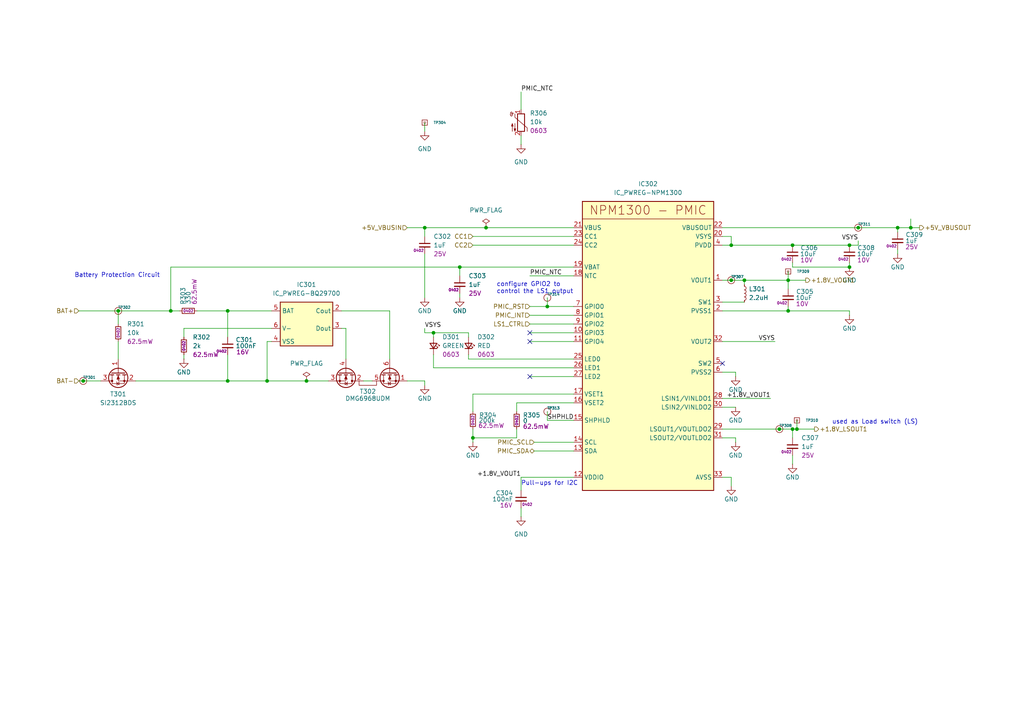
<source format=kicad_sch>
(kicad_sch (version 20231120) (generator "eeschema") (generator_version "8.0")
  (paper "A4")
  (lib_symbols
    (symbol "CAP:C-100nF-0402-16V-X7R-10%" (pin_numbers hide)
      (property "Reference" "C" (at 2.286 1.778 0))
      (property "Value" "100nF" (at 5.334 0 0))
      (property "Size" "0402" (at -1.778 -1.524 0))
      (property "Voltage" "16V" (at 4.318 -1.778 0))
      (symbol "C-100nF-0402-16V-X7R-10%_0_1"
        (polyline (pts (xy -1.524 -0.508) (xy 1.524 -0.508)) (stroke (width 0.3302)))
        (polyline (pts (xy -1.524 0.508) (xy 1.524 0.508)) (stroke (width 0.3048)))
      )
      (symbol "C-100nF-0402-16V-X7R-10%_1_1"
        (pin passive line (at 0 2.54 270) (length 2.032) (name "~") (number "1"))
        (pin passive line (at 0 -2.54 90) (length 2.032) (name "~") (number "2"))
      )
    )
    (symbol "CAP:C-10uF-0603-10V-X5R-20%" (pin_numbers hide)
      (property "Reference" "C" (at 2.286 1.778 0))
      (property "Value" "10uF" (at 4.572 0 0))
      (property "Size" "0402" (at -1.778 -1.524 0))
      (property "Voltage" "10V" (at 4.064 -1.778 0))
      (symbol "C-10uF-0603-10V-X5R-20%_0_1"
        (polyline (pts (xy -1.524 -0.508) (xy 1.524 -0.508)) (stroke (width 0.3302)))
        (polyline (pts (xy -1.524 0.508) (xy 1.524 0.508)) (stroke (width 0.3048)))
      )
      (symbol "C-10uF-0603-10V-X5R-20%_1_1"
        (pin passive line (at 0 2.54 270) (length 2.032) (name "~") (number "1"))
        (pin passive line (at 0 -2.54 90) (length 2.032) (name "~") (number "2"))
      )
    )
    (symbol "CAP:C-1uF-0402-25V-X5R-10%" (pin_numbers hide)
      (property "Reference" "C" (at 2.286 1.778 0))
      (property "Value" "1uF" (at 4.064 0 0))
      (property "Size" "0402" (at -1.778 -1.524 0))
      (property "Voltage" "25V" (at 4.064 -1.778 0))
      (symbol "C-1uF-0402-25V-X5R-10%_0_1"
        (polyline (pts (xy -1.524 -0.508) (xy 1.524 -0.508)) (stroke (width 0.3302)))
        (polyline (pts (xy -1.524 0.508) (xy 1.524 0.508)) (stroke (width 0.3048)))
      )
      (symbol "C-1uF-0402-25V-X5R-10%_1_1"
        (pin passive line (at 0 2.54 270) (length 2.032) (name "~") (number "1"))
        (pin passive line (at 0 -2.54 90) (length 2.032) (name "~") (number "2"))
      )
    )
    (symbol "D_LED:LED-GREEN-0603-AK" (pin_numbers hide) (pin_names hide)
      (property "Reference" "D" (at 2.54 1.27 0))
      (property "Value" "GREEN" (at 5.08 -1.27 0))
      (property "Size" "0603" (at -3.81 1.27 0))
      (symbol "LED-GREEN-0603-AK_0_1"
        (polyline (pts (xy -0.762 1.016) (xy -0.762 -1.016)) (stroke (width 0.254)))
        (polyline (pts (xy 1.016 0) (xy -0.762 0)))
        (polyline (pts (xy 0.762 1.016) (xy -0.762 0) (xy 0.762 -1.016) (xy 0.762 1.016)) (stroke (width 0.254)))
        (polyline (pts (xy 0 -0.762) (xy -0.508 -1.27) (xy -0.254 -1.27) (xy -0.508 -1.27) (xy -0.508 -1.016)))
        (polyline (pts (xy 0.508 -1.27) (xy 0 -1.778) (xy 0.254 -1.778) (xy 0 -1.778) (xy 0 -1.524)))
      )
      (symbol "LED-GREEN-0603-AK_1_1"
        (pin passive line (at -2.54 0 0) (length 1.778) (name "K") (number "1"))
        (pin passive line (at 2.54 0 180) (length 1.778) (name "A") (number "2"))
      )
    )
    (symbol "D_LED:LED-RED-0603-AK" (pin_numbers hide) (pin_names hide)
      (property "Reference" "D" (at 2.54 1.27 0))
      (property "Value" "RED" (at 3.81 -1.27 0))
      (property "Size" "0603" (at -3.81 1.27 0))
      (symbol "LED-RED-0603-AK_0_1"
        (polyline (pts (xy -0.762 1.016) (xy -0.762 -1.016)) (stroke (width 0.254)))
        (polyline (pts (xy 1.016 0) (xy -0.762 0)))
        (polyline (pts (xy 0.762 1.016) (xy -0.762 0) (xy 0.762 -1.016) (xy 0.762 1.016)) (stroke (width 0.254)))
        (polyline (pts (xy 0 -0.762) (xy -0.508 -1.27) (xy -0.254 -1.27) (xy -0.508 -1.27) (xy -0.508 -1.016)))
        (polyline (pts (xy 0.508 -1.27) (xy 0 -1.778) (xy 0.254 -1.778) (xy 0 -1.778) (xy 0 -1.524)))
      )
      (symbol "LED-RED-0603-AK_1_1"
        (pin passive line (at -2.54 0 0) (length 1.778) (name "K") (number "1"))
        (pin passive line (at 2.54 0 180) (length 1.778) (name "A") (number "2"))
      )
    )
    (symbol "IC-PWREG:IC_PWREG-BQ29700"
      (property "Reference" "IC" (at -6.35 1.27 0))
      (property "Value" "IC_PWREG-BQ29700" (at 0 -13.97 0))
      (symbol "IC_PWREG-BQ29700_0_1"
        (rectangle (start -7.62 0) (end 7.62 -12.7) (stroke (width 0.254)) (fill (type background)))
      )
      (symbol "IC_PWREG-BQ29700_1_1"
        (pin no_connect line (at 7.62 -11.43 180) (length 2.54) hide (name "NC") (number "1"))
        (pin output line (at 10.16 -2.54 180) (length 2.54) (name "Cout") (number "2"))
        (pin output line (at 10.16 -7.62 180) (length 2.54) (name "Dout") (number "3"))
        (pin power_in line (at -10.16 -11.43 0) (length 2.54) (name "VSS") (number "4"))
        (pin input line (at -10.16 -2.54 0) (length 2.54) (name "BAT") (number "5"))
        (pin input line (at -10.16 -7.62 0) (length 2.54) (name "V-") (number "6"))
      )
    )
    (symbol "IC-PWREG:IC_PWREG-NPM1300"
      (property "Reference" "IC" (at 18.034 45.974 0))
      (property "Value" "IC_PWREG-NPM1300" (at -9.144 45.974 0))
      (symbol "IC_PWREG-NPM1300_0_0"
        (pin power_out line (at 21.59 21.59 180) (length 2.54) (name "VOUT1") (number "1"))
        (pin bidirectional line (at -21.59 6.35 0) (length 2.54) (name "GPIO3") (number "10"))
        (pin bidirectional line (at -21.59 3.81 0) (length 2.54) (name "GPIO4") (number "11"))
        (pin bidirectional line (at -21.59 -27.94 0) (length 2.54) (name "SDA") (number "13"))
        (pin input line (at -21.59 -25.4 0) (length 2.54) (name "SCL") (number "14"))
        (pin input line (at -21.59 -19.05 0) (length 2.54) (name "SHPHLD") (number "15"))
        (pin input line (at -21.59 22.86 0) (length 2.54) (name "NTC") (number "18"))
        (pin power_in line (at -21.59 25.4 0) (length 2.54) (name "VBAT") (number "19"))
        (pin power_in line (at 21.59 12.7 180) (length 2.54) (name "PVSS1") (number "2"))
        (pin power_in line (at 21.59 34.29 180) (length 2.54) (name "VSYS") (number "20"))
        (pin power_in line (at -21.59 36.83 0) (length 2.54) (name "VBUS") (number "21"))
        (pin power_out line (at 21.59 36.83 180) (length 2.54) (name "VBUSOUT") (number "22"))
        (pin input line (at -21.59 34.29 0) (length 2.54) (name "CC1") (number "23"))
        (pin input line (at -21.59 31.75 0) (length 2.54) (name "CC2") (number "24"))
        (pin output line (at -21.59 -1.27 0) (length 2.54) (name "LED0") (number "25"))
        (pin output line (at -21.59 -3.81 0) (length 2.54) (name "LED1") (number "26"))
        (pin output line (at -21.59 -6.35 0) (length 2.54) (name "LED2") (number "27"))
        (pin power_in line (at 21.59 -12.7 180) (length 2.54) (name "LSIN1/VINLDO1") (number "28"))
        (pin power_out line (at 21.59 -21.59 180) (length 2.54) (name "LSOUT1/VOUTLDO2") (number "29"))
        (pin power_out line (at 21.59 15.24 180) (length 2.54) (name "SW1") (number "3"))
        (pin power_in line (at 21.59 -15.24 180) (length 2.54) (name "LSIN2/VINLDO2") (number "30"))
        (pin power_out line (at 21.59 -24.13 180) (length 2.54) (name "LSOUT2/VOUTLDO2") (number "31"))
        (pin power_out line (at 21.59 3.81 180) (length 2.54) (name "VOUT2") (number "32"))
        (pin power_in line (at 21.59 31.75 180) (length 2.54) (name "PVDD") (number "4"))
        (pin power_out line (at 21.59 -2.54 180) (length 2.54) (name "SW2") (number "5"))
        (pin power_in line (at 21.59 -5.08 180) (length 2.54) (name "PVSS2") (number "6"))
        (pin bidirectional line (at -21.59 13.97 0) (length 2.54) (name "GPIO0") (number "7"))
        (pin bidirectional line (at -21.59 11.43 0) (length 2.54) (name "GPIO1") (number "8"))
        (pin bidirectional line (at -21.59 8.89 0) (length 2.54) (name "GPIO2") (number "9"))
      )
      (symbol "IC_PWREG-NPM1300_1_0"
        (pin power_in line (at -21.59 -35.56 0) (length 2.54) (name "VDDIO") (number "12"))
        (pin input line (at -21.59 -13.97 0) (length 2.54) (name "VSET2") (number "16"))
        (pin input line (at -21.59 -11.43 0) (length 2.54) (name "VSET1") (number "17"))
        (pin power_in line (at 21.59 -35.56 180) (length 2.54) (name "AVSS") (number "33"))
      )
      (symbol "IC_PWREG-NPM1300_1_1"
        (rectangle (start -19.05 44.45) (end 19.05 -39.37) (stroke (width 0.254)) (fill (type background)))
        (polyline (pts (xy -19.05 39.37) (xy 19.05 39.37)))
        (text "NPM1300 - PMIC" (at 0 41.91 0) (effects (font (size 2.54 2.54))))
      )
    )
    (symbol "IND:L-2.2uH-0806-1.8A-20%" (pin_numbers hide) (pin_names hide)
      (property "Reference" "L" (at 1.27 1.27 0))
      (property "Value" "2.2uH" (at 3.81 -1.27 0))
      (symbol "L-2.2uH-0806-1.8A-20%_0_1"
        (arc (start 0 -1.016) (mid -0.5058 -1.524) (end 0 -2.032))
        (arc (start 0 0) (mid -0.5058 -0.508) (end 0 -1.016))
        (arc (start 0 1.016) (mid -0.5058 0.508) (end 0 0))
        (arc (start 0 2.032) (mid -0.5058 1.524) (end 0 1.016))
      )
      (symbol "L-2.2uH-0806-1.8A-20%_1_1"
        (pin passive line (at 0 -2.54 90) (length 0.508) (name "~") (number "1"))
        (pin passive line (at 0 2.54 270) (length 0.508) (name "~") (number "2"))
      )
    )
    (symbol "PCB:TP-PAD-0.9mm" (pin_numbers hide) (pin_names hide)
      (property "Reference" "TP" (at 1.778 1.016 0))
      (symbol "TP-PAD-0.9mm_0_1"
        (circle (center 0 0) (radius 1.016))
      )
      (symbol "TP-PAD-0.9mm_1_1"
        (pin passive line (at 0 0 90) (length 0) (name "1") (number "1"))
      )
    )
    (symbol "PCB:TP-THT-0.8mm" (pin_numbers hide) (pin_names hide)
      (property "Reference" "TP" (at 1.524 0.762 0))
      (symbol "TP-THT-0.8mm_0_1"
        (rectangle (start -0.762 0.762) (end 0.762 -0.762))
      )
      (symbol "TP-THT-0.8mm_1_1"
        (rectangle (start -0.254 0.254) (end 0.254 -0.254) (stroke (width 0.1)))
        (pin passive line (at 0 0 90) (length 0) (name "1") (number "1"))
      )
    )
    (symbol "RES:R-0-0402-62.5mW-1%" (pin_numbers hide)
      (property "Reference" "R" (at 1.778 1.524 0))
      (property "Value" "0" (at 1.778 -0.127 0))
      (property "Size" "0402" (at 0 -1.524 90))
      (property "Power Rating" "62.5mW" (at 1.778 -1.778 0))
      (symbol "R-0-0402-62.5mW-1%_0_1"
        (rectangle (start -0.762 1.778) (end 0.762 -1.778) (stroke (width 0.2032)))
      )
      (symbol "R-0-0402-62.5mW-1%_1_1"
        (pin passive line (at 0 2.54 270) (length 0.762) (name "~") (number "1"))
        (pin passive line (at 0 -2.54 90) (length 0.762) (name "~") (number "2"))
      )
    )
    (symbol "RES:R-10k-0402-62.5mW-1%" (pin_numbers hide)
      (property "Reference" "R" (at 1.778 1.524 0))
      (property "Value" "10k" (at 3.556 0 0))
      (property "Size" "0402" (at 0 0 90))
      (property "Power Rating" "62.5mW" (at 5.588 -1.778 0))
      (symbol "R-10k-0402-62.5mW-1%_0_1"
        (rectangle (start -0.762 1.778) (end 0.762 -1.778) (stroke (width 0.2032)))
      )
      (symbol "R-10k-0402-62.5mW-1%_1_1"
        (pin passive line (at 0 2.54 270) (length 0.762) (name "~") (number "1"))
        (pin passive line (at 0 -2.54 90) (length 0.762) (name "~") (number "2"))
      )
    )
    (symbol "RES:R-200k-0402-62.5mW-1%" (pin_numbers hide)
      (property "Reference" "R" (at 1.778 1.524 0))
      (property "Value" "200k" (at 4.064 0 0))
      (property "Size" "0402" (at 0 0 90))
      (property "Power Rating" "62.5mW" (at 5.334 -1.524 0))
      (symbol "R-200k-0402-62.5mW-1%_0_1"
        (rectangle (start -0.762 1.778) (end 0.762 -1.778) (stroke (width 0.2032)))
      )
      (symbol "R-200k-0402-62.5mW-1%_1_1"
        (pin passive line (at 0 2.54 270) (length 0.762) (name "~") (number "1"))
        (pin passive line (at 0 -2.54 90) (length 0.762) (name "~") (number "2"))
      )
    )
    (symbol "RES:R-2k-0402-62.5mW-1%" (pin_numbers hide)
      (property "Reference" "R" (at 1.778 1.524 0))
      (property "Value" "2k" (at 3.048 0 0))
      (property "Size" "0402" (at 0 0 90))
      (property "Power Rating" "62.5mW" (at 5.588 -1.778 0))
      (symbol "R-2k-0402-62.5mW-1%_0_1"
        (rectangle (start -0.762 1.778) (end 0.762 -1.778) (stroke (width 0.2032)))
      )
      (symbol "R-2k-0402-62.5mW-1%_1_1"
        (pin passive line (at 0 2.54 270) (length 0.762) (name "~") (number "1"))
        (pin passive line (at 0 -2.54 90) (length 0.762) (name "~") (number "2"))
      )
    )
    (symbol "RES:R-330-0402-62.5mW-1%" (pin_numbers hide)
      (property "Reference" "R" (at 1.778 1.524 0))
      (property "Value" "330" (at 3.81 0 0))
      (property "Size" "0402" (at 0 0 90))
      (property "Power Rating" "62.5mW" (at 5.588 -1.778 0))
      (symbol "R-330-0402-62.5mW-1%_0_1"
        (rectangle (start -0.762 1.778) (end 0.762 -1.778) (stroke (width 0.2032)))
      )
      (symbol "R-330-0402-62.5mW-1%_1_1"
        (pin passive line (at 0 2.54 270) (length 0.762) (name "~") (number "1"))
        (pin passive line (at 0 -2.54 90) (length 0.762) (name "~") (number "2"))
      )
    )
    (symbol "R_NTC:R-NTC-0603-10k-1%-0402"
      (property "Reference" "R" (at 3.302 2.032 0))
      (property "Value" "10k" (at -5.334 1.778 0))
      (property "Size" "0603" (at 5.08 -1.524 0))
      (symbol "R-NTC-0603-10k-1%-0402_0_1"
        (arc (start -3.048 2.159) (mid -3.0495 2.3143) (end -3.175 2.413))
        (arc (start -3.048 2.159) (mid -2.9736 1.9794) (end -2.794 1.905))
        (arc (start -3.048 2.794) (mid -2.9736 2.6144) (end -2.794 2.54))
        (arc (start -2.794 1.905) (mid -2.6144 1.9794) (end -2.54 2.159))
        (arc (start -2.794 2.54) (mid -2.4393 2.5587) (end -2.159 2.794))
        (arc (start -2.794 3.048) (mid -2.9736 2.9736) (end -3.048 2.794))
        (arc (start -2.54 2.794) (mid -2.6144 2.9736) (end -2.794 3.048))
        (rectangle (start -1.016 2.54) (end 1.016 -2.54) (stroke (width 0.254)))
        (polyline (pts (xy -2.54 2.159) (xy -2.54 2.794)))
        (polyline (pts (xy -1.778 2.54) (xy -1.778 1.524) (xy 1.778 -1.524) (xy 1.778 -2.54)))
        (polyline (pts (xy -2.54 -2.54) (xy -2.54 -0.254) (xy -2.794 -1.016) (xy -2.286 -1.016) (xy -2.54 -0.254) (xy -2.54 -0.508)) (fill (type outline)))
        (polyline (pts (xy -1.778 -0.254) (xy -1.778 -2.54) (xy -2.032 -1.778) (xy -1.524 -1.778) (xy -1.778 -2.54) (xy -1.778 -2.286)) (fill (type outline)))
      )
      (symbol "R-NTC-0603-10k-1%-0402_1_1"
        (pin passive line (at 0 3.81 270) (length 1.27) (name "~") (number "1"))
        (pin passive line (at 0 -3.81 90) (length 1.27) (name "~") (number "2"))
      )
    )
    (symbol "T-MOS:T-MOSN-SI2312BDS" (pin_names hide)
      (property "Reference" "T" (at 3.81 1.016 0))
      (property "Value" "SI2312BDS" (at 8.382 -1.27 0))
      (symbol "T-MOSN-SI2312BDS_0_1"
        (circle (center -0.889 0) (radius 2.794) (stroke (width 0.254)))
        (circle (center 0 -1.778) (radius 0.254) (fill (type outline)))
        (polyline (pts (xy -2.286 0) (xy -3.81 0)))
        (polyline (pts (xy -2.286 1.905) (xy -2.286 -1.905)) (stroke (width 0.254)))
        (polyline (pts (xy -1.778 -1.27) (xy -1.778 -2.286)) (stroke (width 0.254)))
        (polyline (pts (xy -1.778 0.508) (xy -1.778 -0.508)) (stroke (width 0.254)))
        (polyline (pts (xy -1.778 2.286) (xy -1.778 1.27)) (stroke (width 0.254)))
        (polyline (pts (xy 0 2.54) (xy 0 1.778)))
        (polyline (pts (xy 0 -2.54) (xy 0 0) (xy -1.778 0)))
        (polyline (pts (xy -1.778 -1.778) (xy 0.762 -1.778) (xy 0.762 1.778) (xy -1.778 1.778)))
        (polyline (pts (xy -1.524 0) (xy -0.508 0.381) (xy -0.508 -0.381) (xy -1.524 0)) (fill (type outline)))
        (polyline (pts (xy 0.254 0.508) (xy 0.381 0.381) (xy 1.143 0.381) (xy 1.27 0.254)))
        (polyline (pts (xy 0.762 0.381) (xy 0.381 -0.254) (xy 1.143 -0.254) (xy 0.762 0.381)))
        (circle (center 0 1.778) (radius 0.254) (fill (type outline)))
      )
      (symbol "T-MOSN-SI2312BDS_1_1"
        (pin input line (at -6.35 0 0) (length 2.54) (name "G") (number "1"))
        (pin passive line (at 0 -5.08 90) (length 2.54) (name "S") (number "2"))
        (pin passive line (at 0 5.08 270) (length 2.54) (name "D") (number "3"))
      )
    )
    (symbol "T-MOS:T-MOSNN-DMG6968UDM" (pin_names hide)
      (property "Reference" "T" (at 0 -3.048 0))
      (property "Value" "DMG6968UDM" (at 0 -5.08 0))
      (symbol "T-MOSNN-DMG6968UDM_0_1"
        (circle (center -8.128 0) (radius 0.254) (fill (type outline)))
        (circle (center -6.35 0.889) (radius 2.794) (stroke (width 0.254)))
        (circle (center -4.572 0) (radius 0.254) (fill (type outline)))
        (polyline (pts (xy -7.62 1.778) (xy -8.636 1.778)) (stroke (width 0.254)))
        (polyline (pts (xy -6.35 2.286) (xy -6.35 3.81)))
        (polyline (pts (xy -5.842 1.778) (xy -6.858 1.778)) (stroke (width 0.254)))
        (polyline (pts (xy -4.445 2.286) (xy -8.255 2.286)) (stroke (width 0.254)))
        (polyline (pts (xy -4.064 1.778) (xy -5.08 1.778)) (stroke (width 0.254)))
        (polyline (pts (xy -3.81 0) (xy -4.572 0)))
        (polyline (pts (xy 3.81 0) (xy 4.572 0)))
        (polyline (pts (xy 4.064 1.778) (xy 5.08 1.778)) (stroke (width 0.254)))
        (polyline (pts (xy 4.445 2.286) (xy 8.255 2.286)) (stroke (width 0.254)))
        (polyline (pts (xy 5.842 1.778) (xy 6.858 1.778)) (stroke (width 0.254)))
        (polyline (pts (xy 6.35 2.286) (xy 6.35 3.81)))
        (polyline (pts (xy 7.62 1.778) (xy 8.636 1.778)) (stroke (width 0.254)))
        (polyline (pts (xy -8.89 0) (xy -6.35 0) (xy -6.35 1.778)))
        (polyline (pts (xy 8.89 0) (xy 6.35 0) (xy 6.35 1.778)))
        (polyline (pts (xy -8.128 1.778) (xy -8.128 -0.762) (xy -4.572 -0.762) (xy -4.572 1.778)))
        (polyline (pts (xy -6.35 1.524) (xy -5.969 0.508) (xy -6.731 0.508) (xy -6.35 1.524)) (fill (type outline)))
        (polyline (pts (xy -5.969 -0.762) (xy -6.604 -0.381) (xy -6.604 -1.143) (xy -5.969 -0.762)))
        (polyline (pts (xy -5.842 -0.254) (xy -5.969 -0.381) (xy -5.969 -1.143) (xy -6.096 -1.27)))
        (polyline (pts (xy 2.54 0) (xy 2.54 -1.27) (xy -2.54 -1.27) (xy -2.54 0)))
        (polyline (pts (xy 5.842 -0.254) (xy 5.969 -0.381) (xy 5.969 -1.143) (xy 6.096 -1.27)))
        (polyline (pts (xy 5.969 -0.762) (xy 6.604 -0.381) (xy 6.604 -1.143) (xy 5.969 -0.762)))
        (polyline (pts (xy 6.35 1.524) (xy 5.969 0.508) (xy 6.731 0.508) (xy 6.35 1.524)) (fill (type outline)))
        (polyline (pts (xy 8.128 1.778) (xy 8.128 -0.762) (xy 4.572 -0.762) (xy 4.572 1.778)))
        (circle (center 4.572 0) (radius 0.254) (fill (type outline)))
        (circle (center 6.35 0.889) (radius 2.794) (stroke (width 0.254)))
        (circle (center 8.128 0) (radius 0.254) (fill (type outline)))
      )
      (symbol "T-MOSNN-DMG6968UDM_1_0"
        (pin passive line (at 1.27 0 0) (length 2.54) (name "D1/D2") (number "2"))
        (pin input line (at 6.35 6.35 270) (length 2.54) (name "G2") (number "4"))
      )
      (symbol "T-MOSNN-DMG6968UDM_1_1"
        (pin passive line (at -11.43 0 0) (length 2.54) (name "S1") (number "1"))
        (pin passive line (at 11.43 0 180) (length 2.54) (name "S2") (number "3"))
        (pin passive line (at -1.27 0 180) (length 2.54) (name "D1/D2") (number "5"))
        (pin input line (at -6.35 6.35 270) (length 2.54) (name "G1") (number "6"))
      )
    )
    (symbol "power:GND" (power) (pin_numbers hide) (pin_names (offset 0) hide)
      (property "Value" "GND" (at 0 -3.81 0))
      (symbol "GND_0_1"
        (polyline (pts (xy 0 0) (xy 0 -1.27) (xy 1.27 -1.27) (xy 0 -2.54) (xy -1.27 -1.27) (xy 0 -1.27)))
      )
      (symbol "GND_1_1"
        (pin power_in line (at 0 0 270) (length 0) (name "~") (number "1"))
      )
    )
    (symbol "power:PWR_FLAG" (power) (pin_numbers hide) (pin_names (offset 0) hide)
      (property "Value" "PWR_FLAG" (at 0 3.81 0))
      (symbol "PWR_FLAG_0_0"
        (pin power_out line (at 0 0 90) (length 0) (name "~") (number "1"))
      )
      (symbol "PWR_FLAG_0_1"
        (polyline (pts (xy 0 0) (xy 0 1.27) (xy -1.016 1.905) (xy 0 2.54) (xy 1.016 1.905) (xy 0 1.27)))
      )
    )
  )
  (junction (at 137.16 127))
  (junction (at 260.35 66.04))
  (junction (at 66.04 110.49))
  (junction (at 229.87 71.12))
  (junction (at 248.92 66.04))
  (junction (at 246.38 71.12))
  (junction (at 24.13 110.49))
  (junction (at 246.38 77.47))
  (junction (at 123.19 66.04))
  (junction (at 158.75 88.9))
  (junction (at 215.9 81.28))
  (junction (at 226.06 124.46))
  (junction (at 212.09 71.12))
  (junction (at 231.14 124.46))
  (junction (at 88.9 110.49))
  (junction (at 228.6 81.28))
  (junction (at 133.35 77.47))
  (junction (at 229.87 124.46))
  (junction (at 49.53 90.17))
  (junction (at 77.47 110.49))
  (junction (at 264.16 66.04))
  (junction (at 66.04 90.17))
  (junction (at 34.29 90.17))
  (junction (at 125.73 96.52))
  (junction (at 228.6 90.17))
  (junction (at 212.09 81.28))
  (junction (at 140.97 66.04))
  (no_connect (at 153.67 96.52))
  (no_connect (at 153.67 99.06))
  (no_connect (at 153.67 109.22))
  (no_connect (at 209.55 105.41))
  (wire (pts (xy 137.16 68.58) (xy 166.37 68.58)))
  (wire (pts (xy 53.34 102.87) (xy 53.34 104.14)))
  (wire (pts (xy 158.75 119.38) (xy 158.75 121.92)))
  (wire (pts (xy 209.55 115.57) (xy 223.52 115.57)))
  (wire (pts (xy 125.73 96.52) (xy 125.73 97.79)))
  (wire (pts (xy 209.55 68.58) (xy 212.09 68.58)))
  (wire (pts (xy 49.53 77.47) (xy 133.35 77.47)))
  (wire (pts (xy 229.87 132.08) (xy 229.87 134.62)))
  (wire (pts (xy 228.6 83.82) (xy 228.6 81.28)))
  (wire (pts (xy 123.19 66.04) (xy 140.97 66.04)))
  (wire (pts (xy 34.29 90.17) (xy 34.29 93.98)))
  (wire (pts (xy 260.35 72.39) (xy 260.35 73.66)))
  (wire (pts (xy 209.55 71.12) (xy 212.09 71.12)))
  (wire (pts (xy 66.04 90.17) (xy 66.04 97.79)))
  (wire (pts (xy 151.13 147.32) (xy 151.13 149.86)))
  (wire (pts (xy 153.67 91.44) (xy 166.37 91.44)))
  (wire (pts (xy 153.67 96.52) (xy 166.37 96.52)))
  (wire (pts (xy 212.09 138.43) (xy 212.09 140.97)))
  (wire (pts (xy 53.34 95.25) (xy 78.74 95.25)))
  (wire (pts (xy 66.04 102.87) (xy 66.04 110.49)))
  (wire (pts (xy 66.04 110.49) (xy 77.47 110.49)))
  (wire (pts (xy 153.67 93.98) (xy 166.37 93.98)))
  (wire (pts (xy 166.37 114.3) (xy 137.16 114.3)))
  (wire (pts (xy 229.87 77.47) (xy 246.38 77.47)))
  (wire (pts (xy 125.73 96.52) (xy 123.19 96.52)))
  (wire (pts (xy 49.53 77.47) (xy 49.53 90.17)))
  (wire (pts (xy 118.11 66.04) (xy 123.19 66.04)))
  (wire (pts (xy 123.19 95.25) (xy 123.19 96.52)))
  (wire (pts (xy 39.37 110.49) (xy 66.04 110.49)))
  (wire (pts (xy 105.41 110.49) (xy 107.95 110.49)))
  (wire (pts (xy 137.16 124.46) (xy 137.16 127)))
  (wire (pts (xy 151.13 26.67) (xy 151.13 31.75)))
  (wire (pts (xy 149.86 116.84) (xy 166.37 116.84)))
  (wire (pts (xy 100.33 95.25) (xy 100.33 104.14)))
  (wire (pts (xy 154.94 128.27) (xy 166.37 128.27)))
  (wire (pts (xy 153.67 109.22) (xy 166.37 109.22)))
  (wire (pts (xy 149.86 119.38) (xy 149.86 116.84)))
  (wire (pts (xy 149.86 127) (xy 137.16 127)))
  (wire (pts (xy 135.89 104.14) (xy 166.37 104.14)))
  (wire (pts (xy 77.47 110.49) (xy 88.9 110.49)))
  (wire (pts (xy 260.35 66.04) (xy 260.35 67.31)))
  (wire (pts (xy 228.6 90.17) (xy 228.6 88.9)))
  (wire (pts (xy 209.55 107.95) (xy 213.36 107.95)))
  (wire (pts (xy 209.55 81.28) (xy 212.09 81.28)))
  (wire (pts (xy 113.03 90.17) (xy 113.03 104.14)))
  (wire (pts (xy 248.92 69.85) (xy 248.92 71.12)))
  (wire (pts (xy 118.11 110.49) (xy 123.19 110.49)))
  (wire (pts (xy 264.16 66.04) (xy 266.7 66.04)))
  (wire (pts (xy 229.87 124.46) (xy 231.14 124.46)))
  (wire (pts (xy 209.55 90.17) (xy 228.6 90.17)))
  (wire (pts (xy 209.55 99.06) (xy 224.79 99.06)))
  (wire (pts (xy 99.06 90.17) (xy 113.03 90.17)))
  (wire (pts (xy 151.13 142.24) (xy 151.13 138.43)))
  (wire (pts (xy 125.73 102.87) (xy 125.73 106.68)))
  (wire (pts (xy 246.38 71.12) (xy 248.92 71.12)))
  (wire (pts (xy 49.53 90.17) (xy 52.07 90.17)))
  (wire (pts (xy 209.55 66.04) (xy 248.92 66.04)))
  (wire (pts (xy 123.19 110.49) (xy 123.19 111.76)))
  (wire (pts (xy 228.6 78.74) (xy 228.6 81.28)))
  (wire (pts (xy 137.16 71.12) (xy 166.37 71.12)))
  (wire (pts (xy 231.14 121.92) (xy 231.14 124.46)))
  (wire (pts (xy 125.73 96.52) (xy 135.89 96.52)))
  (wire (pts (xy 137.16 127) (xy 137.16 128.27)))
  (wire (pts (xy 149.86 124.46) (xy 149.86 127)))
  (wire (pts (xy 137.16 114.3) (xy 137.16 119.38)))
  (wire (pts (xy 123.19 35.56) (xy 123.19 38.1)))
  (wire (pts (xy 246.38 90.17) (xy 246.38 91.44)))
  (wire (pts (xy 229.87 124.46) (xy 229.87 127)))
  (wire (pts (xy 100.33 95.25) (xy 99.06 95.25)))
  (wire (pts (xy 22.86 90.17) (xy 34.29 90.17)))
  (wire (pts (xy 151.13 138.43) (xy 166.37 138.43)))
  (wire (pts (xy 133.35 77.47) (xy 166.37 77.47)))
  (wire (pts (xy 158.75 86.36) (xy 158.75 88.9)))
  (wire (pts (xy 228.6 81.28) (xy 215.9 81.28)))
  (wire (pts (xy 229.87 76.2) (xy 229.87 77.47)))
  (wire (pts (xy 153.67 88.9) (xy 158.75 88.9)))
  (wire (pts (xy 209.55 87.63) (xy 215.9 87.63)))
  (wire (pts (xy 88.9 110.49) (xy 95.25 110.49)))
  (wire (pts (xy 158.75 121.92) (xy 166.37 121.92)))
  (wire (pts (xy 140.97 66.04) (xy 166.37 66.04)))
  (wire (pts (xy 215.9 81.28) (xy 215.9 82.55)))
  (wire (pts (xy 228.6 90.17) (xy 246.38 90.17)))
  (wire (pts (xy 154.94 130.81) (xy 166.37 130.81)))
  (wire (pts (xy 153.67 99.06) (xy 166.37 99.06)))
  (wire (pts (xy 212.09 71.12) (xy 229.87 71.12)))
  (wire (pts (xy 125.73 106.68) (xy 166.37 106.68)))
  (wire (pts (xy 226.06 124.46) (xy 229.87 124.46)))
  (wire (pts (xy 151.13 39.37) (xy 151.13 41.91)))
  (wire (pts (xy 133.35 85.09) (xy 133.35 86.36)))
  (wire (pts (xy 158.75 88.9) (xy 166.37 88.9)))
  (wire (pts (xy 209.55 118.11) (xy 213.36 118.11)))
  (wire (pts (xy 212.09 81.28) (xy 215.9 81.28)))
  (wire (pts (xy 246.38 76.2) (xy 246.38 77.47)))
  (wire (pts (xy 231.14 124.46) (xy 236.22 124.46)))
  (wire (pts (xy 229.87 71.12) (xy 246.38 71.12)))
  (wire (pts (xy 264.16 63.5) (xy 264.16 66.04)))
  (wire (pts (xy 133.35 77.47) (xy 133.35 80.01)))
  (wire (pts (xy 123.19 86.36) (xy 123.19 73.66)))
  (wire (pts (xy 213.36 107.95) (xy 213.36 109.22)))
  (wire (pts (xy 248.92 66.04) (xy 260.35 66.04)))
  (wire (pts (xy 228.6 81.28) (xy 233.68 81.28)))
  (wire (pts (xy 34.29 99.06) (xy 34.29 104.14)))
  (wire (pts (xy 213.36 127) (xy 209.55 127)))
  (wire (pts (xy 77.47 99.06) (xy 78.74 99.06)))
  (wire (pts (xy 135.89 102.87) (xy 135.89 104.14)))
  (wire (pts (xy 260.35 66.04) (xy 264.16 66.04)))
  (wire (pts (xy 213.36 127) (xy 213.36 128.27)))
  (wire (pts (xy 209.55 138.43) (xy 212.09 138.43)))
  (wire (pts (xy 57.15 90.17) (xy 66.04 90.17)))
  (wire (pts (xy 53.34 97.79) (xy 53.34 95.25)))
  (wire (pts (xy 212.09 71.12) (xy 212.09 68.58)))
  (wire (pts (xy 135.89 97.79) (xy 135.89 96.52)))
  (wire (pts (xy 209.55 124.46) (xy 226.06 124.46)))
  (wire (pts (xy 24.13 110.49) (xy 29.21 110.49)))
  (wire (pts (xy 22.86 110.49) (xy 24.13 110.49)))
  (wire (pts (xy 34.29 90.17) (xy 49.53 90.17)))
  (wire (pts (xy 77.47 99.06) (xy 77.47 110.49)))
  (wire (pts (xy 66.04 90.17) (xy 78.74 90.17)))
  (wire (pts (xy 153.67 80.01) (xy 166.37 80.01)))
  (wire (pts (xy 123.19 66.04) (xy 123.19 68.58)))
  (text "Pull-ups for I2C\n" (at 151.13 140.97 0) (effects (font (size 1.27 1.27)) (justify left bottom)))
  (text "Battery Protection Circuit" (at 21.59 80.645 0) (effects (font (size 1.27 1.27)) (justify left bottom)))
  (text "configure GPIO2 to \ncontrol the LS1 output" (at 144.018 85.344 0) (effects (font (size 1.27 1.27)) (justify left bottom)))
  (text "used as Load switch (LS)" (at 241.3 123.19 0) (effects (font (size 1.27 1.27)) (justify left bottom)))
  (label "+1.8V_VOUT1" (at 151.13 138.43 180))
  (label "VSYS" (at 123.19 95.25 0))
  (label "VSYS" (at 224.79 99.06 180))
  (label "PMIC_NTC" (at 153.67 80.01 0))
  (label "+1.8V_VOUT1" (at 223.52 115.57 180))
  (label "VSYS" (at 248.92 69.85 180))
  (label "PMIC_NTC" (at 151.13 26.67 0))
  (label "SHPHLD" (at 158.75 121.92 0))
  (hierarchical_label "PMIC_RST" (shape input) (at 153.67 88.9 180))
  (hierarchical_label "PMIC_SCL" (shape input) (at 154.94 128.27 180))
  (hierarchical_label "+1.8V_VOUT1" (shape output) (at 233.68 81.28 0))
  (hierarchical_label "PMIC_SDA" (shape bidirectional) (at 154.94 130.81 180))
  (hierarchical_label "BAT-" (shape input) (at 22.86 110.49 180))
  (hierarchical_label "PMIC_INT" (shape input) (at 153.67 91.44 180))
  (hierarchical_label "+1.8V_LSOUT1" (shape output) (at 236.22 124.46 0))
  (hierarchical_label "CC2" (shape input) (at 137.16 71.12 180))
  (hierarchical_label "LS1_CTRL" (shape input) (at 153.67 93.98 180))
  (hierarchical_label "CC1" (shape input) (at 137.16 68.58 180))
  (hierarchical_label "+5V_VBUSIN" (shape input) (at 118.11 66.04 180))
  (hierarchical_label "BAT+" (shape input) (at 22.86 90.17 180))
  (hierarchical_label "+5V_VBUSOUT" (shape output) (at 266.7 66.04 0))
  (symbol (lib_id "R_NTC:R-NTC-0603-10k-1%-0402") (at 151.13 35.56 0) (unit 1)
    (property "Reference" "R306" (at 153.67 32.8294 0) (effects (justify left)))
    (property "Value" "10k" (at 153.67 35.3694 0) (effects (justify left)))
    (property "Footprint" "Resistor_SMD:R_0603_1608Metric" (effects (hide yes)))
    (property "Datasheet" "${KICAD_DATASHEET}/ntcs0603e3t.pdf" (effects (hide yes)))
    (property "Description" "NTCS0603E3103FLT" (effects (hide yes)))
    (property "Size" "0603" (at 153.67 37.9094 0) (effects (justify left)))
    (property "LCSC Part #" "C142556" (effects (hide yes)))
  )
  (symbol (lib_id "power:PWR_FLAG") (at 88.9 110.49 0) (unit 1)
    (property "Reference" "#FLG0301" (effects (hide yes)))
    (property "Value" "PWR_FLAG" (at 88.9 105.41 0))
    (property "Description" "Special symbol for telling ERC where power comes from" (effects (hide yes)))
  )
  (symbol (lib_id "power:GND") (at 213.36 109.22 0) (unit 1)
    (property "Reference" "#PWR0312" (effects (hide yes)))
    (property "Value" "GND" (at 213.36 113.03 0))
    (property "Description" "Power symbol creates a global label with name \"GND\" , ground" (effects (hide yes)))
  )
  (symbol (lib_id "D_LED:LED-GREEN-0603-AK") (at 125.73 100.33 90) (unit 1)
    (property "Reference" "D301" (at 128.27 97.7264 90) (effects (justify right)))
    (property "Value" "GREEN" (at 128.27 100.2664 90) (effects (justify right)))
    (property "Footprint" "Diode_SMD:D_0603_1608Metric" (effects (hide yes)))
    (property "Datasheet" "${KICAD_DATASHEET}/LED_Everlight-Elec.pdf" (effects (hide yes)))
    (property "Size" "0603" (at 128.27 102.8064 90) (effects (justify right)))
    (property "LCSC Part #" "C72043" (effects (hide yes)))
  )
  (symbol (lib_id "power:GND") (at 151.13 41.91 0) (unit 1)
    (property "Reference" "#PWR0309" (effects (hide yes)))
    (property "Value" "GND" (at 151.13 46.99 0))
    (property "Description" "Power symbol creates a global label with name \"GND\" , ground" (effects (hide yes)))
  )
  (symbol (lib_id "power:GND") (at 260.35 73.66 0) (unit 1)
    (property "Reference" "#PWR0318" (effects (hide yes)))
    (property "Value" "GND" (at 260.35 77.47 0))
    (property "Description" "Power symbol creates a global label with name \"GND\" , ground" (effects (hide yes)))
  )
  (symbol (lib_id "CAP:C-10uF-0603-10V-X5R-20%") (at 228.6 86.36 0) (unit 1)
    (property "Reference" "C305" (at 230.886 84.582 0) (effects (justify left)))
    (property "Value" "10uF" (at 233.172 86.36 0))
    (property "Footprint" "Capacitor_SMD:C_0603_1608Metric" (effects (hide yes)))
    (property "Datasheet" "${KICAD_DATASHEET}/MLCC_Samsung-Electro-Mechanics.pdf" (effects (hide yes)))
    (property "LCSC Part #" "C96446" (effects (hide yes)))
    (property "Size" "0402" (at 226.822 87.884 0) (effects (font (size 0.762 0.762))))
    (property "Voltage" "10V" (at 232.664 88.138 0))
  )
  (symbol (lib_id "power:GND") (at 53.34 104.14 0) (unit 1)
    (property "Reference" "#PWR0301" (effects (hide yes)))
    (property "Value" "GND" (at 53.34 107.95 0))
    (property "Description" "Power symbol creates a global label with name \"GND\" , ground" (effects (hide yes)))
  )
  (symbol (lib_id "CAP:C-1uF-0402-25V-X5R-10%") (at 260.35 69.85 0) (unit 1)
    (property "Reference" "C309" (at 262.636 68.072 0) (effects (justify left)))
    (property "Value" "1uF" (at 264.414 69.85 0))
    (property "Footprint" "Capacitor_SMD:C_0402_1005Metric" (effects (hide yes)))
    (property "Datasheet" "${KICAD_DATASHEET}/MLCC_Samsung-Electro-Mechanics.pdf" (effects (hide yes)))
    (property "LCSC Part #" "C52923" (effects (hide yes)))
    (property "Size" "0402" (at 258.572 71.374 0) (effects (font (size 0.762 0.762))))
    (property "Voltage" "25V" (at 264.414 71.628 0))
  )
  (symbol (lib_id "PCB:TP-PAD-0.9mm") (at 158.75 119.38 0) (unit 1)
    (property "Reference" "TP313" (at 160.528 118.364 0) (effects (font (size 0.762 0.762))))
    (property "Value" "TP" (effects (hide yes)))
    (property "Footprint" "PCB:TP_Pad_D0.9mm" (effects (hide yes)))
  )
  (symbol (lib_id "power:GND") (at 246.38 91.44 0) (unit 1)
    (property "Reference" "#PWR0317" (effects (hide yes)))
    (property "Value" "GND" (at 246.38 95.25 0))
    (property "Description" "Power symbol creates a global label with name \"GND\" , ground" (effects (hide yes)))
  )
  (symbol (lib_id "power:GND") (at 212.09 140.97 0) (unit 1)
    (property "Reference" "#PWR0311" (effects (hide yes)))
    (property "Value" "GND" (at 212.09 144.78 0))
    (property "Description" "Power symbol creates a global label with name \"GND\" , ground" (effects (hide yes)))
  )
  (symbol (lib_id "power:GND") (at 123.19 86.36 0) (unit 1)
    (property "Reference" "#PWR0305" (effects (hide yes)))
    (property "Value" "GND" (at 123.19 90.17 0))
    (property "Description" "Power symbol creates a global label with name \"GND\" , ground" (effects (hide yes)))
  )
  (symbol (lib_id "PCB:TP-THT-0.8mm") (at 228.6 78.74 0) (unit 1)
    (property "Reference" "TP309" (at 231.14 78.74 0) (effects (font (size 0.762 0.762)) (justify left)))
    (property "Value" "Testpoint-BASE" (effects (hide yes)))
    (property "Footprint" "PCB:TP_THT_D0.8mm" (effects (hide yes)))
  )
  (symbol (lib_id "PCB:TP-PAD-0.9mm") (at 24.13 110.49 0) (unit 1)
    (property "Reference" "TP301" (at 25.908 109.474 0) (effects (font (size 0.762 0.762))))
    (property "Value" "TP" (effects (hide yes)))
    (property "Footprint" "PCB:TP_Pad_D0.9mm" (effects (hide yes)))
  )
  (symbol (lib_id "PCB:TP-THT-0.8mm") (at 231.14 121.92 0) (unit 1)
    (property "Reference" "TP310" (at 233.68 121.92 0) (effects (font (size 0.762 0.762)) (justify left)))
    (property "Value" "Testpoint-BASE" (effects (hide yes)))
    (property "Footprint" "PCB:TP_THT_D0.8mm" (effects (hide yes)))
  )
  (symbol (lib_id "PCB:TP-PAD-0.9mm") (at 226.06 124.46 0) (unit 1)
    (property "Reference" "TP308" (at 227.838 123.444 0) (effects (font (size 0.762 0.762))))
    (property "Value" "TP" (effects (hide yes)))
    (property "Footprint" "PCB:TP_Pad_D0.9mm" (effects (hide yes)))
  )
  (symbol (lib_id "PCB:TP-PAD-0.9mm") (at 212.09 81.28 0) (unit 1)
    (property "Reference" "TP307" (at 213.868 80.264 0) (effects (font (size 0.762 0.762))))
    (property "Value" "TP" (effects (hide yes)))
    (property "Footprint" "PCB:TP_Pad_D0.9mm" (effects (hide yes)))
  )
  (symbol (lib_id "power:GND") (at 123.19 38.1 0) (unit 1)
    (property "Reference" "#PWR0304" (effects (hide yes)))
    (property "Value" "GND" (at 123.19 43.18 0))
    (property "Description" "Power symbol creates a global label with name \"GND\" , ground" (effects (hide yes)))
  )
  (symbol (lib_id "power:GND") (at 213.36 128.27 0) (unit 1)
    (property "Reference" "#PWR0314" (effects (hide yes)))
    (property "Value" "GND" (at 213.36 132.08 0))
    (property "Description" "Power symbol creates a global label with name \"GND\" , ground" (effects (hide yes)))
  )
  (symbol (lib_id "CAP:C-1uF-0402-25V-X5R-10%") (at 123.19 71.12 0) (unit 1)
    (property "Reference" "C302" (at 125.73 68.5862 0) (effects (justify left)))
    (property "Value" "1uF" (at 125.73 71.1262 0) (effects (justify left)))
    (property "Footprint" "Capacitor_SMD:C_0402_1005Metric" (effects (hide yes)))
    (property "Datasheet" "${KICAD_DATASHEET}/MLCC_Samsung-Electro-Mechanics.pdf" (effects (hide yes)))
    (property "Size" "0402" (at 121.412 72.644 0) (effects (font (size 0.762 0.762))))
    (property "Voltage" "25V" (at 125.73 73.6662 0) (effects (justify left)))
    (property "LCSC Part #" "C52923" (effects (hide yes)))
  )
  (symbol (lib_id "D_LED:LED-RED-0603-AK") (at 135.89 100.33 90) (unit 1)
    (property "Reference" "D302" (at 138.43 97.7264 90) (effects (justify right)))
    (property "Value" "RED" (at 138.43 100.2664 90) (effects (justify right)))
    (property "Footprint" "Diode_SMD:D_0603_1608Metric" (effects (hide yes)))
    (property "Datasheet" "${KICAD_DATASHEET}/LED_Everlight-Elec.pdf" (effects (hide yes)))
    (property "Size" "0603" (at 138.43 102.8064 90) (effects (justify right)))
    (property "LCSC Part #" "C2286" (effects (hide yes)))
  )
  (symbol (lib_id "power:GND") (at 213.36 118.11 0) (unit 1)
    (property "Reference" "#PWR0313" (effects (hide yes)))
    (property "Value" "GND" (at 213.36 121.92 0))
    (property "Description" "Power symbol creates a global label with name \"GND\" , ground" (effects (hide yes)))
  )
  (symbol (lib_id "RES:R-2k-0402-62.5mW-1%") (at 53.34 100.33 0) (unit 1)
    (property "Reference" "R302" (at 55.88 97.7899 0) (effects (justify left)))
    (property "Value" "2k" (at 55.88 100.3299 0) (effects (justify left)))
    (property "Footprint" "Resistor_SMD:R_0402_1005Metric" (effects (hide yes)))
    (property "Datasheet" "${KICAD_DATASHEET}/Resistors_SMD_UNI-ROYAL-Uniroyal-Elec.pdf" (effects (hide yes)))
    (property "Size" "0402" (at 53.34 100.33 90) (effects (font (size 0.762 0.762))))
    (property "Power Rating" "62.5mW" (at 55.88 102.8699 0) (effects (justify left)))
    (property "LCSC Part #" "C4109" (effects (hide yes)))
  )
  (symbol (lib_id "power:PWR_FLAG") (at 140.97 66.04 0) (unit 1)
    (property "Reference" "#FLG0302" (effects (hide yes)))
    (property "Value" "PWR_FLAG" (at 140.97 60.96 0))
    (property "Description" "Special symbol for telling ERC where power comes from" (effects (hide yes)))
  )
  (symbol (lib_id "PCB:TP-THT-0.8mm") (at 123.19 35.56 180) (unit 1)
    (property "Reference" "TP304" (at 125.73 35.56 0) (effects (font (size 0.762 0.762)) (justify right)))
    (property "Value" "Testpoint-BASE" (effects (hide yes)))
    (property "Footprint" "PCB:TP_THT_D0.8mm" (effects (hide yes)))
  )
  (symbol (lib_id "PCB:TP-PAD-0.9mm") (at 158.75 86.36 0) (unit 1)
    (property "Reference" "TP314" (at 160.528 85.344 0) (effects (font (size 0.762 0.762))))
    (property "Value" "TP" (effects (hide yes)))
    (property "Footprint" "PCB:TP_Pad_D0.9mm" (effects (hide yes)))
  )
  (symbol (lib_id "PCB:TP-PAD-0.9mm") (at 34.29 90.17 0) (unit 1)
    (property "Reference" "TP302" (at 36.068 89.154 0) (effects (font (size 0.762 0.762))))
    (property "Value" "TP" (effects (hide yes)))
    (property "Footprint" "PCB:TP_Pad_D0.9mm" (effects (hide yes)))
  )
  (symbol (lib_id "RES:R-200k-0402-62.5mW-1%") (at 137.16 121.92 0) (unit 1)
    (property "Reference" "R304" (at 138.938 120.396 0) (effects (justify left)))
    (property "Value" "200k" (at 141.224 121.92 0))
    (property "Footprint" "Capacitor_SMD:C_0402_1005Metric" (effects (hide yes)))
    (property "Datasheet" "${KICAD_DATASHEET}/Resistors_SMD_UNI-ROYAL-Uniroyal-Elec.pdf" (effects (hide yes)))
    (property "Size" "0402" (at 137.16 121.92 90) (effects (font (size 0.762 0.762))))
    (property "Power Rating" "62.5mW" (at 142.494 123.444 0))
    (property "LCSC Part #" "C25764" (effects (hide yes)))
  )
  (symbol (lib_id "CAP:C-1uF-0402-25V-X5R-10%") (at 229.87 129.54 0) (unit 1)
    (property "Reference" "C307" (at 232.41 127.0062 0) (effects (justify left)))
    (property "Value" "1uF" (at 232.41 129.5462 0) (effects (justify left)))
    (property "Footprint" "Capacitor_SMD:C_0402_1005Metric" (effects (hide yes)))
    (property "Datasheet" "${KICAD_DATASHEET}/MLCC_Samsung-Electro-Mechanics.pdf" (effects (hide yes)))
    (property "Size" "0402" (at 228.092 131.064 0) (effects (font (size 0.762 0.762))))
    (property "Voltage" "25V" (at 232.41 132.0862 0) (effects (justify left)))
    (property "LCSC Part #" "C52923" (effects (hide yes)))
  )
  (symbol (lib_id "IND:L-2.2uH-0806-1.8A-20%") (at 215.9 85.09 180) (unit 1)
    (property "Reference" "L301" (at 217.17 83.8199 0) (effects (justify right)))
    (property "Value" "2.2uH" (at 217.17 86.3599 0) (effects (justify right)))
    (property "Footprint" "IND_SMD:L_0806" (effects (hide yes)))
    (property "Datasheet" "${KICAD_DATASHEET}/BDHE002016102R2MQ1.pdf" (effects (hide yes)))
    (property "Size" "0806" (effects (hide yes)))
    (property "Current" "1.8A (max 2.4A)" (effects (hide yes)))
    (property "RDC" "135@2MHz" (effects (hide yes)))
    (property "LCSC Part #" "    C2838367" (effects (hide yes)))
  )
  (symbol (lib_id "CAP:C-1uF-0402-25V-X5R-10%") (at 133.35 82.55 0) (unit 1)
    (property "Reference" "C303" (at 135.89 80.0162 0) (effects (justify left)))
    (property "Value" "1uF" (at 135.89 82.5562 0) (effects (justify left)))
    (property "Footprint" "Capacitor_SMD:C_0402_1005Metric" (effects (hide yes)))
    (property "Datasheet" "${KICAD_DATASHEET}/MLCC_Samsung-Electro-Mechanics.pdf" (effects (hide yes)))
    (property "Size" "0402" (at 131.572 84.074 0) (effects (font (size 0.762 0.762))))
    (property "Voltage" "25V" (at 135.89 85.0962 0) (effects (justify left)))
    (property "LCSC Part #" "C52923" (effects (hide yes)))
  )
  (symbol (lib_id "T-MOS:T-MOSNN-DMG6968UDM") (at 106.68 110.49 0) (mirror y) (unit 1)
    (property "Reference" "T302" (at 106.68 113.538 0))
    (property "Value" "DMG6968UDM" (at 106.68 115.57 0))
    (property "Footprint" "Package_TO_SOT_SMD:SOT-23-6" (effects (hide yes)))
    (property "Datasheet" "${KICAD_DATASHEET}/DMG6968UDM.pdf" (effects (hide yes)))
    (property "LCSC Part #" " C2762931" (effects (hide yes)))
  )
  (symbol (lib_id "IC-PWREG:IC_PWREG-NPM1300") (at 187.96 102.87 0) (unit 1)
    (property "Reference" "IC302" (at 187.96 53.34 0))
    (property "Value" "IC_PWREG-NPM1300" (at 187.96 55.88 0))
    (property "Footprint" "Package_DFN_QFN:QFN-32-1EP_5x5mm_P0.5mm_EP3.6x3.6mm_ThermalVias" (effects (hide yes)))
    (property "Datasheet" "${KICAD_DATASHEET}/nPM1300_OPS_v0.7.pdf" (effects (hide yes)))
  )
  (symbol (lib_id "RES:R-0-0402-62.5mW-1%") (at 149.86 121.92 0) (unit 1)
    (property "Reference" "R305" (at 151.638 120.396 0) (effects (justify left)))
    (property "Value" "0" (at 151.638 122.047 0) (effects (justify left)))
    (property "Footprint" "Resistor_SMD:R_0402_1005Metric" (effects (hide yes)))
    (property "Datasheet" "${KICAD_DATASHEET}/Resistors_SMD_UNI-ROYAL-Uniroyal-Elec.pdf" (effects (hide yes)))
    (property "Size" "0402" (at 149.86 123.444 90) (effects (font (size 0.762 0.762)) (justify left)))
    (property "Power Rating" "62.5mW" (at 151.638 123.698 0) (effects (justify left)))
    (property "LCSC Part #" "C17168" (effects (hide yes)))
  )
  (symbol (lib_id "power:GND") (at 137.16 128.27 0) (unit 1)
    (property "Reference" "#PWR0308" (effects (hide yes)))
    (property "Value" "GND" (at 137.16 132.08 0))
    (property "Description" "Power symbol creates a global label with name \"GND\" , ground" (effects (hide yes)))
  )
  (symbol (lib_id "RES:R-10k-0402-62.5mW-1%") (at 34.29 96.52 0) (unit 1)
    (property "Reference" "R301" (at 36.83 93.9799 0) (effects (justify left)))
    (property "Value" "10k" (at 36.83 96.5199 0) (effects (justify left)))
    (property "Footprint" "Resistor_SMD:R_0402_1005Metric" (effects (hide yes)))
    (property "Datasheet" "${KICAD_DATASHEET}/Resistors_SMD_UNI-ROYAL-Uniroyal-Elec.pdf" (effects (hide yes)))
    (property "Size" "0402" (at 34.29 96.52 90) (effects (font (size 0.762 0.762))))
    (property "Power Rating" "62.5mW" (at 36.83 99.0599 0) (effects (justify left)))
    (property "LCSC Part #" "C25744" (effects (hide yes)))
  )
  (symbol (lib_id "power:GND") (at 246.38 77.47 0) (unit 1)
    (property "Reference" "#PWR0316" (effects (hide yes)))
    (property "Value" "GND" (at 246.38 81.28 0))
    (property "Description" "Power symbol creates a global label with name \"GND\" , ground" (effects (hide yes)))
  )
  (symbol (lib_id "PCB:TP-PAD-0.9mm") (at 248.92 66.04 0) (unit 1)
    (property "Reference" "TP311" (at 250.698 65.024 0) (effects (font (size 0.762 0.762))))
    (property "Value" "TP" (effects (hide yes)))
    (property "Footprint" "PCB:TP_Pad_D0.9mm" (effects (hide yes)))
  )
  (symbol (lib_id "power:GND") (at 151.13 149.86 0) (unit 1)
    (property "Reference" "#PWR0310" (effects (hide yes)))
    (property "Value" "GND" (at 151.13 154.94 0))
    (property "Description" "Power symbol creates a global label with name \"GND\" , ground" (effects (hide yes)))
  )
  (symbol (lib_id "power:GND") (at 229.87 134.62 0) (unit 1)
    (property "Reference" "#PWR0315" (effects (hide yes)))
    (property "Value" "GND" (at 229.87 138.43 0))
    (property "Description" "Power symbol creates a global label with name \"GND\" , ground" (effects (hide yes)))
  )
  (symbol (lib_id "power:GND") (at 123.19 111.76 0) (unit 1)
    (property "Reference" "#PWR0306" (effects (hide yes)))
    (property "Value" "GND" (at 123.19 115.57 0))
    (property "Description" "Power symbol creates a global label with name \"GND\" , ground" (effects (hide yes)))
  )
  (symbol (lib_id "CAP:C-100nF-0402-16V-X7R-10%") (at 151.13 144.78 0) (mirror y) (unit 1)
    (property "Reference" "C304" (at 148.844 143.002 0) (effects (justify left)))
    (property "Value" "100nF" (at 145.796 144.78 0))
    (property "Footprint" "Capacitor_SMD:C_0402_1005Metric" (effects (hide yes)))
    (property "Datasheet" "${KICAD_DATASHEET}/MLCC_Samsung-Electro-Mechanics.pdf" (effects (hide yes)))
    (property "Size" "0402" (at 152.908 146.304 0) (effects (font (size 0.762 0.762))))
    (property "Voltage" "16V" (at 146.812 146.558 0))
    (property "LCSC Part #" "C1525" (effects (hide yes)))
  )
  (symbol (lib_id "IC-PWREG:IC_PWREG-BQ29700") (at 88.9 87.63 0) (unit 1)
    (property "Reference" "IC301" (at 88.9 82.55 0))
    (property "Value" "IC_PWREG-BQ29700" (at 88.9 85.09 0))
    (property "Footprint" "Package_SON:WSON-6_1.5x1.5mm_P0.5mm" (effects (hide yes)))
    (property "Datasheet" "${KICAD_DATASHEET}/bq2970.pdf" (effects (hide yes)))
    (property "LCSC Part #" "C183096" (effects (hide yes)))
  )
  (symbol (lib_id "CAP:C-100nF-0402-16V-X7R-10%") (at 66.04 100.33 0) (unit 1)
    (property "Reference" "C301" (at 68.326 98.552 0) (effects (justify left)))
    (property "Value" "100nF" (at 71.374 100.33 0))
    (property "Footprint" "Capacitor_SMD:C_0402_1005Metric" (effects (hide yes)))
    (property "Datasheet" "${KICAD_DATASHEET}/MLCC_Samsung-Electro-Mechanics.pdf" (effects (hide yes)))
    (property "Size" "0402" (at 64.262 101.854 0) (effects (font (size 0.762 0.762))))
    (property "Voltage" "16V" (at 70.358 102.108 0))
    (property "LCSC Part #" "C1525" (effects (hide yes)))
  )
  (symbol (lib_id "CAP:C-10uF-0603-10V-X5R-20%") (at 229.87 73.66 0) (unit 1)
    (property "Reference" "C306" (at 232.156 71.882 0) (effects (justify left)))
    (property "Value" "10uF" (at 234.442 73.66 0))
    (property "Footprint" "Capacitor_SMD:C_0603_1608Metric" (effects (hide yes)))
    (property "Datasheet" "${KICAD_DATASHEET}/MLCC_Samsung-Electro-Mechanics.pdf" (effects (hide yes)))
    (property "LCSC Part #" "C96446" (effects (hide yes)))
    (property "Size" "0402" (at 228.092 75.184 0) (effects (font (size 0.762 0.762))))
    (property "Voltage" "10V" (at 233.934 75.438 0))
  )
  (symbol (lib_id "RES:R-330-0402-62.5mW-1%") (at 54.61 90.17 90) (unit 1)
    (property "Reference" "R303" (at 53.086 88.392 0) (effects (justify left)))
    (property "Value" "330" (at 54.61 86.36 0))
    (property "Footprint" "Resistor_SMD:R_0402_1005Metric" (effects (hide yes)))
    (property "Datasheet" "${KICAD_DATASHEET}/Resistors_SMD_UNI-ROYAL-Uniroyal-Elec.pdf" (effects (hide yes)))
    (property "Size" "0402" (at 54.61 90.17 90) (effects (font (size 0.762 0.762))))
    (property "Power Rating" "62.5mW" (at 56.388 84.582 0))
    (property "LCSC Part #" "C25104" (effects (hide yes)))
  )
  (symbol (lib_id "power:GND") (at 133.35 86.36 0) (unit 1)
    (property "Reference" "#PWR0307" (effects (hide yes)))
    (property "Value" "GND" (at 133.35 90.17 0))
    (property "Description" "Power symbol creates a global label with name \"GND\" , ground" (effects (hide yes)))
  )
  (symbol (lib_id "CAP:C-10uF-0603-10V-X5R-20%") (at 246.38 73.66 0) (unit 1)
    (property "Reference" "C308" (at 248.666 71.882 0) (effects (justify left)))
    (property "Value" "10uF" (at 250.952 73.66 0))
    (property "Footprint" "Capacitor_SMD:C_0603_1608Metric" (effects (hide yes)))
    (property "Datasheet" "${KICAD_DATASHEET}/MLCC_Samsung-Electro-Mechanics.pdf" (effects (hide yes)))
    (property "LCSC Part #" "C96446" (effects (hide yes)))
    (property "Size" "0402" (at 244.602 75.184 0) (effects (font (size 0.762 0.762))))
    (property "Voltage" "10V" (at 250.444 75.438 0))
  )
  (symbol (lib_id "T-MOS:T-MOSN-SI2312BDS") (at 34.29 110.49 90) (mirror x) (unit 1)
    (property "Reference" "T301" (at 34.29 114.3 90))
    (property "Value" "SI2312BDS" (at 34.29 116.84 90))
    (property "Footprint" "Package_TO_SOT_SMD:SOT-23" (effects (hide yes)))
    (property "Datasheet" "${KICAD_DATASHEET}/si2312bds.pdf" (effects (hide yes)))
    (property "LCSC Part #" " C351405 " (effects (hide yes)))
    (property "V_DS" "20V" (effects (hide yes)))
    (property "I_D" "5A@Vgs=4.5V" (effects (hide yes)))
  )
)
</source>
